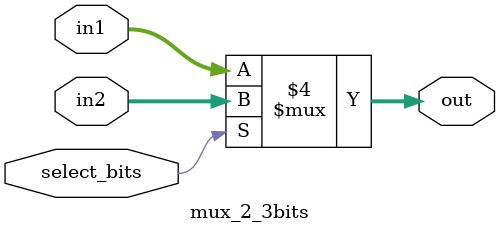
<source format=sv>


module pc_mux(
	input [1:0] select_bits,
	input [15:0] pc_in,
	input [15:0] addermux_in,
	input [15:0] bus_in,
	output logic [15:0] out
);

	always_comb
	begin
		unique case (select_bits)
		2'b00 : out = pc_in + 16'h0001;
		2'b01 : out = addermux_in;
		2'b10 : out = bus_in;
		2'b11 : out = bus_in;
		endcase
	end

endmodule

module addr2mux (
	input [1:0] select_bits,
	input [10:0] ir_in,
	output logic [15:0] out
);

	always_comb
	begin
		unique case (select_bits)
		2'b00 : out = 16'h0000;
		2'b01 : out = {ir_in[5], ir_in[5], ir_in[5], ir_in[5], ir_in[5], ir_in[5], ir_in[5], ir_in[5], ir_in[5], ir_in[5], ir_in[5:0]};
		2'b10 : out = {ir_in[8], ir_in[8], ir_in[8], ir_in[8], ir_in[8], ir_in[8], ir_in[8], ir_in[8:0]};
		2'b11 : out = {ir_in[10], ir_in[10], ir_in[10], ir_in[10], ir_in[10], ir_in[10:0]};
		endcase
	end

endmodule

module mux_2 (
	input select_bits,
	input [15:0] in1, in2,
	output logic [15:0] out
);

always_comb
	begin
		if(~select_bits)
			out = in1;
		else
			out = in2;
	end

endmodule

module mux_2_3bits (
	input select_bits,
	input [2:0] in1, in2,
	output logic [2:0] out
);

always_comb
	begin
		if(~select_bits)
			out = in1;
		else
			out = in2;
	end

endmodule
</source>
